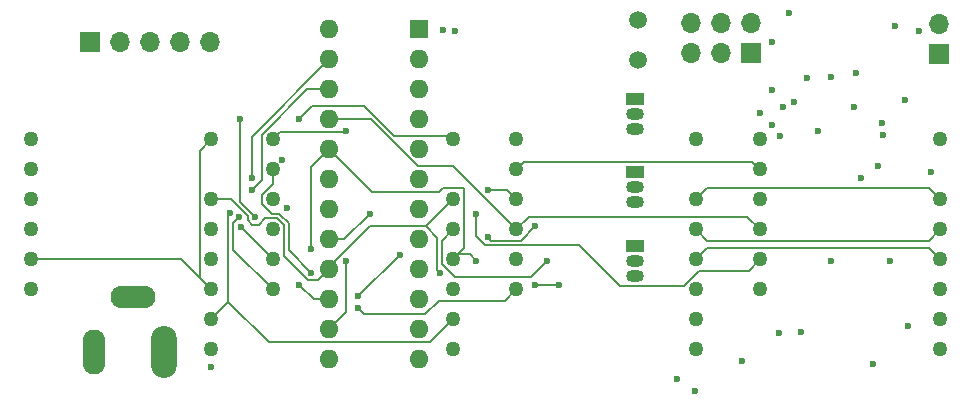
<source format=gbr>
%TF.GenerationSoftware,KiCad,Pcbnew,8.0.6*%
%TF.CreationDate,2025-03-23T20:06:33-04:00*%
%TF.ProjectId,co2_7seg,636f325f-3773-4656-972e-6b696361645f,rev?*%
%TF.SameCoordinates,Original*%
%TF.FileFunction,Copper,L3,Inr*%
%TF.FilePolarity,Positive*%
%FSLAX46Y46*%
G04 Gerber Fmt 4.6, Leading zero omitted, Abs format (unit mm)*
G04 Created by KiCad (PCBNEW 8.0.6) date 2025-03-23 20:06:33*
%MOMM*%
%LPD*%
G01*
G04 APERTURE LIST*
%TA.AperFunction,ComponentPad*%
%ADD10C,1.500000*%
%TD*%
%TA.AperFunction,ComponentPad*%
%ADD11C,1.270000*%
%TD*%
%TA.AperFunction,ComponentPad*%
%ADD12O,1.700000X1.700000*%
%TD*%
%TA.AperFunction,ComponentPad*%
%ADD13R,1.700000X1.700000*%
%TD*%
%TA.AperFunction,ComponentPad*%
%ADD14O,1.600000X1.600000*%
%TD*%
%TA.AperFunction,ComponentPad*%
%ADD15R,1.600000X1.600000*%
%TD*%
%TA.AperFunction,ComponentPad*%
%ADD16O,1.500000X1.050000*%
%TD*%
%TA.AperFunction,ComponentPad*%
%ADD17R,1.500000X1.050000*%
%TD*%
%TA.AperFunction,ComponentPad*%
%ADD18O,3.800000X1.900000*%
%TD*%
%TA.AperFunction,ComponentPad*%
%ADD19O,1.900000X3.800000*%
%TD*%
%TA.AperFunction,ComponentPad*%
%ADD20O,2.200000X4.400000*%
%TD*%
%TA.AperFunction,ViaPad*%
%ADD21C,0.600000*%
%TD*%
%TA.AperFunction,Conductor*%
%ADD22C,0.200000*%
%TD*%
G04 APERTURE END LIST*
D10*
%TO.N,Net-(R11-Pad1)*%
%TO.C,R7*%
X102700000Y-31000000D03*
%TO.N,+3V3*%
X102700000Y-27600000D03*
%TD*%
D11*
%TO.N,/SEG_A*%
%TO.C,LED4*%
X113010000Y-37720000D03*
%TO.N,/SEG_F*%
X113010000Y-40260000D03*
%TO.N,/DIG_3*%
X113010000Y-42800000D03*
%TO.N,/SEG_E*%
X113010000Y-45340000D03*
%TO.N,/DIG_3*%
X113010000Y-47880000D03*
%TO.N,/SEG_LDP*%
X113010000Y-50420000D03*
%TO.N,GND*%
X128250000Y-55500000D03*
%TO.N,/SEG_D*%
X128250000Y-52960000D03*
%TO.N,/DIG_3*%
X128250000Y-50420000D03*
%TO.N,/SEG_C*%
X128250000Y-47880000D03*
%TO.N,/SEG_G*%
X128250000Y-45340000D03*
%TO.N,/SEG_B*%
X128250000Y-42800000D03*
%TO.N,/DIG_3*%
X128250000Y-37720000D03*
%TD*%
%TO.N,/SEG_A*%
%TO.C,LED3*%
X92360400Y-37720000D03*
%TO.N,/SEG_F*%
X92360400Y-40260000D03*
%TO.N,/DIG_2*%
X92360400Y-42800000D03*
%TO.N,/SEG_E*%
X92360400Y-45340000D03*
%TO.N,/DIG_2*%
X92360400Y-47880000D03*
%TO.N,/SEG_LDP*%
X92360400Y-50420000D03*
%TO.N,GND*%
X107600400Y-55500000D03*
%TO.N,/SEG_D*%
X107600400Y-52960000D03*
%TO.N,/DIG_2*%
X107600400Y-50420000D03*
%TO.N,/SEG_C*%
X107600400Y-47880000D03*
%TO.N,/SEG_G*%
X107600400Y-45340000D03*
%TO.N,/SEG_B*%
X107600400Y-42800000D03*
%TO.N,/DIG_2*%
X107600400Y-37720000D03*
%TD*%
%TO.N,/SEG_A*%
%TO.C,LED2*%
X71770000Y-37720000D03*
%TO.N,/SEG_F*%
X71770000Y-40260000D03*
%TO.N,/DIG_1*%
X71770000Y-42800000D03*
%TO.N,/SEG_E*%
X71770000Y-45340000D03*
%TO.N,/DIG_1*%
X71770000Y-47880000D03*
%TO.N,/SEG_LDP*%
X71770000Y-50420000D03*
%TO.N,GND*%
X87010000Y-55500000D03*
%TO.N,/SEG_D*%
X87010000Y-52960000D03*
%TO.N,/DIG_1*%
X87010000Y-50420000D03*
%TO.N,/SEG_C*%
X87010000Y-47880000D03*
%TO.N,/SEG_G*%
X87010000Y-45340000D03*
%TO.N,/SEG_B*%
X87010000Y-42800000D03*
%TO.N,/DIG_1*%
X87010000Y-37720000D03*
%TD*%
%TO.N,/SEG_A*%
%TO.C,LED1*%
X51260000Y-37720000D03*
%TO.N,/SEG_F*%
X51260000Y-40260000D03*
%TO.N,/DIG_0*%
X51260000Y-42800000D03*
%TO.N,/SEG_E*%
X51260000Y-45340000D03*
%TO.N,/DIG_0*%
X51260000Y-47880000D03*
%TO.N,/SEG_LDP*%
X51260000Y-50420000D03*
%TO.N,GND*%
X66500000Y-55500000D03*
%TO.N,/SEG_D*%
X66500000Y-52960000D03*
%TO.N,/DIG_0*%
X66500000Y-50420000D03*
%TO.N,/SEG_C*%
X66500000Y-47880000D03*
%TO.N,/SEG_G*%
X66500000Y-45340000D03*
%TO.N,/SEG_B*%
X66500000Y-42800000D03*
%TO.N,/DIG_0*%
X66500000Y-37720000D03*
%TD*%
D12*
%TO.N,/i2c_sda*%
%TO.C,U2*%
X66480000Y-29480000D03*
%TO.N,/i2c_scl*%
X63940000Y-29480000D03*
%TO.N,GND*%
X61400000Y-29480000D03*
%TO.N,unconnected-(U2-3Vo-Pad2)*%
X58860000Y-29480000D03*
D13*
%TO.N,+5V*%
X56320000Y-29480000D03*
%TD*%
D14*
%TO.N,unconnected-(U3-DOUT-Pad24)*%
%TO.C,U3*%
X76530000Y-28400000D03*
%TO.N,/SEG_D*%
X76530000Y-30940000D03*
%TO.N,/SEG_LDP*%
X76530000Y-33480000D03*
%TO.N,/SEG_E*%
X76530000Y-36020000D03*
%TO.N,/SEG_C*%
X76530000Y-38560000D03*
%TO.N,+3V3*%
X76530000Y-41100000D03*
%TO.N,/iset*%
X76530000Y-43640000D03*
%TO.N,/SEG_G*%
X76530000Y-46180000D03*
%TO.N,/SEG_B*%
X76530000Y-48720000D03*
%TO.N,/SEG_F*%
X76530000Y-51260000D03*
%TO.N,/SEG_A*%
X76530000Y-53800000D03*
%TO.N,/spi_clk*%
X76530000Y-56340000D03*
%TO.N,/spi_cs_max*%
X84150000Y-56340000D03*
%TO.N,/DIG_1*%
X84150000Y-53800000D03*
%TO.N,unconnected-(U3-DIG_5-Pad10)*%
X84150000Y-51260000D03*
%TO.N,GND*%
X84150000Y-48720000D03*
%TO.N,unconnected-(U3-DIG_7-Pad8)*%
X84150000Y-46180000D03*
%TO.N,/DIG_3*%
X84150000Y-43640000D03*
%TO.N,/DIG_2*%
X84150000Y-41100000D03*
%TO.N,unconnected-(U3-DIG_6-Pad5)*%
X84150000Y-38560000D03*
%TO.N,GND*%
X84150000Y-36020000D03*
%TO.N,unconnected-(U3-DIG_4-Pad3)*%
X84150000Y-33480000D03*
%TO.N,/DIG_0*%
X84150000Y-30940000D03*
D15*
%TO.N,/spi_mosi*%
X84150000Y-28400000D03*
%TD*%
D16*
%TO.N,Net-(Q3-C)*%
%TO.C,Q3*%
X102450000Y-36800000D03*
%TO.N,Net-(Q3-B)*%
X102450000Y-35530000D03*
D17*
%TO.N,GND*%
X102450000Y-34260000D03*
%TD*%
D16*
%TO.N,Net-(Q2-C)*%
%TO.C,Q2*%
X102450000Y-49300000D03*
%TO.N,Net-(Q1-B)*%
X102450000Y-48030000D03*
D17*
%TO.N,+3V3*%
X102450000Y-46760000D03*
%TD*%
%TO.N,+3V3*%
%TO.C,Q1*%
X102450000Y-40490000D03*
D16*
%TO.N,Net-(Q1-B)*%
X102450000Y-41760000D03*
X102450000Y-43030000D03*
%TD*%
D18*
%TO.N,GND*%
%TO.C,J3*%
X59882500Y-51030000D03*
D19*
X56632500Y-55720000D03*
D20*
%TO.N,/v_in_raw*%
X62587500Y-55720000D03*
%TD*%
D13*
%TO.N,/spi_miso*%
%TO.C,J2*%
X112225000Y-30375000D03*
D12*
%TO.N,+5V*%
X112225000Y-27835000D03*
%TO.N,/spi_clk*%
X109685000Y-30375000D03*
%TO.N,/spi_mosi*%
X109685000Y-27835000D03*
%TO.N,/mcu_reset*%
X107145000Y-30375000D03*
%TO.N,GND*%
X107145000Y-27835000D03*
%TD*%
%TO.N,/uart_txd*%
%TO.C,J1*%
X128200000Y-27935000D03*
D13*
%TO.N,/uart_rxd*%
X128200000Y-30475000D03*
%TD*%
D21*
%TO.N,GND*%
X113000000Y-35500000D03*
X115000000Y-35000000D03*
%TO.N,+5V*%
X115500000Y-27000000D03*
%TO.N,GND*%
X114000000Y-29500000D03*
%TO.N,+5V*%
X126500000Y-28500000D03*
X121149319Y-32105080D03*
X118991178Y-32468240D03*
X117000000Y-32500000D03*
%TO.N,GND*%
X114000000Y-36500000D03*
X121000000Y-35000000D03*
%TO.N,+5V*%
X127500000Y-40500000D03*
X123000000Y-40000000D03*
%TO.N,GND*%
X121550000Y-41000000D03*
X124000000Y-48000000D03*
X119000000Y-48000000D03*
%TO.N,+3V3*%
X122587500Y-56750000D03*
%TO.N,GND*%
X73000000Y-43500000D03*
X72556250Y-39441439D03*
%TO.N,+5V*%
X107500000Y-59000000D03*
X106000000Y-58000000D03*
%TO.N,GND*%
X66500000Y-57000000D03*
X125500000Y-53500000D03*
X116500000Y-54000000D03*
X114661036Y-54108964D03*
X111500000Y-56500000D03*
%TO.N,/SEG_C*%
X89000000Y-48000000D03*
X94000000Y-50000000D03*
X96000000Y-50000000D03*
%TO.N,/SEG_G*%
X95000000Y-48000000D03*
%TO.N,/SEG_B*%
X90000000Y-46000000D03*
X85944103Y-49055633D03*
X94000000Y-45055000D03*
%TO.N,/SEG_LDP*%
X79000000Y-52000000D03*
%TO.N,/DIG_1*%
X70285000Y-44285000D03*
X69000000Y-36000000D03*
X74000000Y-36000000D03*
%TO.N,/DIG_3*%
X89000000Y-44000000D03*
%TO.N,/DIG_2*%
X90000000Y-42000000D03*
%TO.N,/SEG_F*%
X82500000Y-47500000D03*
X79000000Y-51000000D03*
%TO.N,/SEG_G*%
X80000000Y-44000000D03*
%TO.N,/SEG_A*%
X78000000Y-37000000D03*
X78000000Y-48000000D03*
%TO.N,/SEG_F*%
X74000000Y-50000000D03*
X75000000Y-49000000D03*
%TO.N,/SEG_LDP*%
X70000000Y-42000000D03*
X68856775Y-44319159D03*
%TO.N,/DIG_1*%
X69031430Y-45117213D03*
%TO.N,/SEG_C*%
X75000000Y-47000000D03*
%TO.N,/SEG_D*%
X70000000Y-41000000D03*
X68097860Y-43936338D03*
%TO.N,/i2c_scl*%
X87200000Y-28500000D03*
%TO.N,/i2c_sda*%
X86205038Y-28424278D03*
%TO.N,/spi_clk*%
X114728905Y-37450000D03*
X117900000Y-37000000D03*
%TO.N,/i2c_sda*%
X123300000Y-36300000D03*
%TO.N,/mcu_reset*%
X124475000Y-28125000D03*
%TO.N,/i2c_scl*%
X123400000Y-37300000D03*
%TO.N,/i2c_sda*%
X125300008Y-34400000D03*
%TO.N,/spi_miso*%
X115863797Y-34544557D03*
%TO.N,GND*%
X114000000Y-33500000D03*
%TD*%
D22*
%TO.N,/SEG_F*%
X82500000Y-47500000D02*
X79000000Y-51000000D01*
%TO.N,/SEG_B*%
X93967690Y-45055000D02*
X94000000Y-45055000D01*
X90275000Y-46275000D02*
X92747690Y-46275000D01*
X90000000Y-46000000D02*
X90275000Y-46275000D01*
X92747690Y-46275000D02*
X93967690Y-45055000D01*
%TO.N,/SEG_C*%
X108535400Y-46945000D02*
X107600400Y-47880000D01*
X127315000Y-46945000D02*
X108535400Y-46945000D01*
X128250000Y-47880000D02*
X127315000Y-46945000D01*
%TO.N,/SEG_G*%
X108535400Y-46275000D02*
X107600400Y-45340000D01*
X127315000Y-46275000D02*
X108535400Y-46275000D01*
X128250000Y-45340000D02*
X127315000Y-46275000D01*
%TO.N,/SEG_E*%
X111918529Y-44248529D02*
X93451871Y-44248529D01*
X93451871Y-44248529D02*
X92360400Y-45340000D01*
X113010000Y-45340000D02*
X111918529Y-44248529D01*
%TO.N,/SEG_F*%
X112375000Y-39625000D02*
X92995400Y-39625000D01*
X113010000Y-40260000D02*
X112375000Y-39625000D01*
X92995400Y-39625000D02*
X92360400Y-40260000D01*
%TO.N,/SEG_C*%
X89000000Y-48000000D02*
X88445000Y-47445000D01*
X96000000Y-50000000D02*
X94000000Y-50000000D01*
%TO.N,/SEG_G*%
X86075000Y-48267290D02*
X86075000Y-46275000D01*
X86075000Y-46275000D02*
X87010000Y-45340000D01*
X87207710Y-49400000D02*
X86075000Y-48267290D01*
X93600000Y-49400000D02*
X87207710Y-49400000D01*
X95000000Y-48000000D02*
X93600000Y-49400000D01*
%TO.N,/SEG_C*%
X88445000Y-47445000D02*
X87445000Y-47445000D01*
%TO.N,/SEG_B*%
X85675000Y-48786530D02*
X85944103Y-49055633D01*
X85675000Y-46025000D02*
X85675000Y-48786530D01*
X84730000Y-45080000D02*
X85675000Y-46025000D01*
%TO.N,/DIG_3*%
X112075000Y-48815000D02*
X113010000Y-47880000D01*
X107883110Y-48815000D02*
X112075000Y-48815000D01*
X101125000Y-50125000D02*
X106573110Y-50125000D01*
X97675000Y-46675000D02*
X101125000Y-50125000D01*
X89000000Y-44000000D02*
X89000000Y-45919239D01*
X89755761Y-46675000D02*
X97675000Y-46675000D01*
X106573110Y-50125000D02*
X107883110Y-48815000D01*
X89000000Y-45919239D02*
X89755761Y-46675000D01*
%TO.N,/SEG_LDP*%
X79495686Y-52495686D02*
X79000000Y-52000000D01*
X91425400Y-51355000D02*
X85800635Y-51355000D01*
X85800635Y-51355000D02*
X84659949Y-52495686D01*
X92360400Y-50420000D02*
X91425400Y-51355000D01*
X84659949Y-52495686D02*
X79495686Y-52495686D01*
%TO.N,/DIG_1*%
X69000000Y-36000000D02*
X69000000Y-43000000D01*
X69000000Y-43000000D02*
X70285000Y-44285000D01*
%TO.N,/SEG_B*%
X75600000Y-49650000D02*
X76530000Y-48720000D01*
X72705000Y-47624239D02*
X74730761Y-49650000D01*
X74730761Y-49650000D02*
X75600000Y-49650000D01*
X72705000Y-44952710D02*
X72705000Y-47624239D01*
X71084239Y-44405000D02*
X72157290Y-44405000D01*
X70015761Y-44935000D02*
X70554239Y-44935000D01*
X70554239Y-44935000D02*
X71084239Y-44405000D01*
X69635000Y-44200686D02*
X69635000Y-44554239D01*
X68234314Y-42800000D02*
X69635000Y-44200686D01*
X66500000Y-42800000D02*
X68234314Y-42800000D01*
X69635000Y-44554239D02*
X70015761Y-44935000D01*
%TO.N,/SEG_LDP*%
X68400000Y-44775934D02*
X68856775Y-44319159D01*
X71770000Y-50420000D02*
X68400000Y-47050000D01*
%TO.N,/SEG_D*%
X68000000Y-51460000D02*
X68000000Y-44034198D01*
X68000000Y-44034198D02*
X68097860Y-43936338D01*
%TO.N,/DIG_1*%
X71770000Y-47880000D02*
X69031430Y-45141430D01*
%TO.N,/SEG_B*%
X72157290Y-44405000D02*
X72705000Y-44952710D01*
%TO.N,/DIG_1*%
X69031430Y-45141430D02*
X69031430Y-45117213D01*
%TO.N,/SEG_LDP*%
X68400000Y-47050000D02*
X68400000Y-44775934D01*
%TO.N,/DIG_1*%
X75080000Y-34920000D02*
X74000000Y-36000000D01*
X79520051Y-34920000D02*
X75080000Y-34920000D01*
X86750000Y-37460000D02*
X82060051Y-37460000D01*
X82060051Y-37460000D02*
X79520051Y-34920000D01*
X87010000Y-37720000D02*
X86750000Y-37460000D01*
%TO.N,/SEG_D*%
X71440000Y-54900000D02*
X85070000Y-54900000D01*
X68000000Y-51460000D02*
X71440000Y-54900000D01*
X85070000Y-54900000D02*
X87010000Y-52960000D01*
%TO.N,/DIG_2*%
X90000000Y-42000000D02*
X91560400Y-42000000D01*
X91560400Y-42000000D02*
X92360400Y-42800000D01*
%TO.N,/SEG_G*%
X77820000Y-46180000D02*
X80000000Y-44000000D01*
X76530000Y-46180000D02*
X77820000Y-46180000D01*
%TO.N,/SEG_C*%
X87945000Y-46945000D02*
X87010000Y-47880000D01*
X87945000Y-41945000D02*
X87945000Y-46945000D01*
X86135000Y-41865000D02*
X87865000Y-41865000D01*
X80170000Y-42200000D02*
X85800000Y-42200000D01*
X87865000Y-41865000D02*
X87945000Y-41945000D01*
X76530000Y-38560000D02*
X80170000Y-42200000D01*
X85800000Y-42200000D02*
X86135000Y-41865000D01*
%TO.N,/SEG_A*%
X72370000Y-37120000D02*
X71770000Y-37720000D01*
X77880000Y-37120000D02*
X72370000Y-37120000D01*
X78000000Y-37000000D02*
X77880000Y-37120000D01*
X76530000Y-53800000D02*
X78000000Y-52330000D01*
X78000000Y-52330000D02*
X78000000Y-48000000D01*
%TO.N,/SEG_F*%
X75260000Y-51260000D02*
X76530000Y-51260000D01*
X74000000Y-50000000D02*
X75260000Y-51260000D01*
X73105000Y-47105000D02*
X75000000Y-49000000D01*
X71652710Y-44005000D02*
X72322976Y-44005000D01*
X70835000Y-43187290D02*
X71652710Y-44005000D01*
X71770000Y-41477710D02*
X70835000Y-42412710D01*
X71770000Y-40260000D02*
X71770000Y-41477710D01*
X72322976Y-44005000D02*
X73105000Y-44787024D01*
X70835000Y-42412710D02*
X70835000Y-43187290D01*
X73105000Y-44787024D02*
X73105000Y-47105000D01*
%TO.N,/SEG_LDP*%
X74687710Y-33480000D02*
X76530000Y-33480000D01*
X70835000Y-37332710D02*
X74687710Y-33480000D01*
X70835000Y-41165000D02*
X70835000Y-37332710D01*
X70000000Y-42000000D02*
X70835000Y-41165000D01*
%TO.N,/SEG_D*%
X66500000Y-52960000D02*
X68000000Y-51460000D01*
%TO.N,/SEG_C*%
X75000000Y-40090000D02*
X76530000Y-38560000D01*
X75000000Y-47000000D02*
X75000000Y-40090000D01*
%TO.N,/SEG_D*%
X70000000Y-37470000D02*
X76530000Y-30940000D01*
X70000000Y-41000000D02*
X70000000Y-37470000D01*
%TO.N,/DIG_0*%
X63960000Y-47880000D02*
X51260000Y-47880000D01*
X66500000Y-50420000D02*
X63960000Y-47880000D01*
X65565000Y-38655000D02*
X66500000Y-37720000D01*
X65565000Y-49485000D02*
X65565000Y-38655000D01*
X66500000Y-50420000D02*
X65565000Y-49485000D01*
%TO.N,/SEG_E*%
X87020400Y-40000000D02*
X92360400Y-45340000D01*
X84034365Y-40000000D02*
X87020400Y-40000000D01*
X80054365Y-36020000D02*
X84034365Y-40000000D01*
X76530000Y-36020000D02*
X80054365Y-36020000D01*
%TO.N,/SEG_B*%
X84730000Y-45080000D02*
X87010000Y-42800000D01*
X76530000Y-48550761D02*
X80000761Y-45080000D01*
X80000761Y-45080000D02*
X84730000Y-45080000D01*
X76530000Y-48720000D02*
X76530000Y-48550761D01*
X108535400Y-41865000D02*
X107600400Y-42800000D01*
X127315000Y-41865000D02*
X108535400Y-41865000D01*
X128250000Y-42800000D02*
X127315000Y-41865000D01*
%TD*%
M02*

</source>
